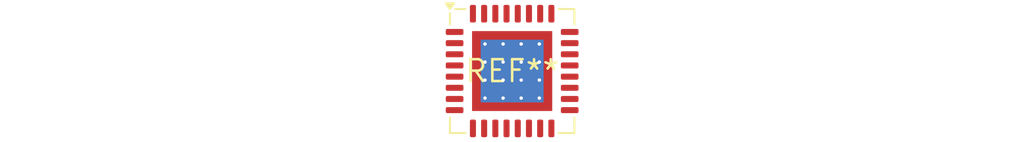
<source format=kicad_pcb>
(kicad_pcb (version 20240108) (generator pcbnew)
  (layers (0 "F.Cu" signal) (31 "B.Cu" signal) (34 "B.Paste" user) (35 "F.Paste" user) (36 "B.SilkS" user "B.Silkscreen") (37 "F.SilkS" user "F.Silkscreen") (38 "B.Mask" user) (39 "F.Mask" user) (44 "Edge.Cuts" user))
  (net 0 "")
  (footprint "QFN-32-1EP_7x7mm_P0.65mm_EP4.65x4.65mm_ThermalVias" (layer "F.Cu") (at 0 0)
    (property "Reference" "REF**")
    (property "Value" "QFN-32-1EP_7x7mm_P0.65mm_EP4.65x4.65mm_ThermalVias")
    (fp_line (start -3.61 -2.71) (end -3.61 -3.37) (layer "F.SilkS") (stroke (width 0.12)))
    (fp_line (start -3.61 3.61) (end -3.61 2.71) (layer "F.SilkS") (stroke (width 0.12)))
    (fp_line (start -2.71 -3.61) (end -3.31 -3.61) (layer "F.SilkS") (stroke (width 0.12)))
    (fp_line (start -2.71 3.61) (end -3.61 3.61) (layer "F.SilkS") (stroke (width 0.12)))
    (fp_line (start 2.71 -3.61) (end 3.61 -3.61) (layer "F.SilkS") (stroke (width 0.12)))
    (fp_line (start 2.71 3.61) (end 3.61 3.61) (layer "F.SilkS") (stroke (width 0.12)))
    (fp_line (start 3.61 -3.61) (end 3.61 -2.71) (layer "F.SilkS") (stroke (width 0.12)))
    (fp_line (start 3.61 3.61) (end 3.61 2.71) (layer "F.SilkS") (stroke (width 0.12)))
    (fp_poly (pts (xy -3.61 -3.61) (xy -3.85 -3.94) (xy -3.37 -3.94) (xy -3.61 -3.61)) (layer "F.SilkS") (stroke (width 0.12)) (fill solid))
    (pad "1" smd roundrect (at -3.3375 -2.275) (size 1.025 0.35) (layers "F.Cu" "F.Paste" "F.Mask"))
    (pad "2" smd roundrect (at -3.3375 -1.625) (size 1.025 0.35) (layers "F.Cu" "F.Paste" "F.Mask"))
    (pad "3" smd roundrect (at -3.3375 -0.975) (size 1.025 0.35) (layers "F.Cu" "F.Paste" "F.Mask"))
    (pad "4" smd roundrect (at -3.3375 -0.325) (size 1.025 0.35) (layers "F.Cu" "F.Paste" "F.Mask"))
    (pad "5" smd roundrect (at -3.3375 0.325) (size 1.025 0.35) (layers "F.Cu" "F.Paste" "F.Mask"))
    (pad "6" smd roundrect (at -3.3375 0.975) (size 1.025 0.35) (layers "F.Cu" "F.Paste" "F.Mask"))
    (pad "7" smd roundrect (at -3.3375 1.625) (size 1.025 0.35) (layers "F.Cu" "F.Paste" "F.Mask"))
    (pad "8" smd roundrect (at -3.3375 2.275) (size 1.025 0.35) (layers "F.Cu" "F.Paste" "F.Mask"))
    (pad "9" smd roundrect (at -2.275 3.3375) (size 0.35 1.025) (layers "F.Cu" "F.Paste" "F.Mask"))
    (pad "10" smd roundrect (at -1.625 3.3375) (size 0.35 1.025) (layers "F.Cu" "F.Paste" "F.Mask"))
    (pad "11" smd roundrect (at -0.975 3.3375) (size 0.35 1.025) (layers "F.Cu" "F.Paste" "F.Mask"))
    (pad "12" smd roundrect (at -0.325 3.3375) (size 0.35 1.025) (layers "F.Cu" "F.Paste" "F.Mask"))
    (pad "13" smd roundrect (at 0.325 3.3375) (size 0.35 1.025) (layers "F.Cu" "F.Paste" "F.Mask"))
    (pad "14" smd roundrect (at 0.975 3.3375) (size 0.35 1.025) (layers "F.Cu" "F.Paste" "F.Mask"))
    (pad "15" smd roundrect (at 1.625 3.3375) (size 0.35 1.025) (layers "F.Cu" "F.Paste" "F.Mask"))
    (pad "16" smd roundrect (at 2.275 3.3375) (size 0.35 1.025) (layers "F.Cu" "F.Paste" "F.Mask"))
    (pad "17" smd roundrect (at 3.3375 2.275) (size 1.025 0.35) (layers "F.Cu" "F.Paste" "F.Mask"))
    (pad "18" smd roundrect (at 3.3375 1.625) (size 1.025 0.35) (layers "F.Cu" "F.Paste" "F.Mask"))
    (pad "19" smd roundrect (at 3.3375 0.975) (size 1.025 0.35) (layers "F.Cu" "F.Paste" "F.Mask"))
    (pad "20" smd roundrect (at 3.3375 0.325) (size 1.025 0.35) (layers "F.Cu" "F.Paste" "F.Mask"))
    (pad "21" smd roundrect (at 3.3375 -0.325) (size 1.025 0.35) (layers "F.Cu" "F.Paste" "F.Mask"))
    (pad "22" smd roundrect (at 3.3375 -0.975) (size 1.025 0.35) (layers "F.Cu" "F.Paste" "F.Mask"))
    (pad "23" smd roundrect (at 3.3375 -1.625) (size 1.025 0.35) (layers "F.Cu" "F.Paste" "F.Mask"))
    (pad "24" smd roundrect (at 3.3375 -2.275) (size 1.025 0.35) (layers "F.Cu" "F.Paste" "F.Mask"))
    (pad "25" smd roundrect (at 2.275 -3.3375) (size 0.35 1.025) (layers "F.Cu" "F.Paste" "F.Mask"))
    (pad "26" smd roundrect (at 1.625 -3.3375) (size 0.35 1.025) (layers "F.Cu" "F.Paste" "F.Mask"))
    (pad "27" smd roundrect (at 0.975 -3.3375) (size 0.35 1.025) (layers "F.Cu" "F.Paste" "F.Mask"))
    (pad "28" smd roundrect (at 0.325 -3.3375) (size 0.35 1.025) (layers "F.Cu" "F.Paste" "F.Mask"))
    (pad "29" smd roundrect (at -0.325 -3.3375) (size 0.35 1.025) (layers "F.Cu" "F.Paste" "F.Mask"))
    (pad "30" smd roundrect (at -0.975 -3.3375) (size 0.35 1.025) (layers "F.Cu" "F.Paste" "F.Mask"))
    (pad "31" smd roundrect (at -1.625 -3.3375) (size 0.35 1.025) (layers "F.Cu" "F.Paste" "F.Mask"))
    (pad "32" smd roundrect (at -2.275 -3.3375) (size 0.35 1.025) (layers "F.Cu" "F.Paste" "F.Mask"))
    (pad "33" thru_hole circle (at -1.575 -1.575) (size 0.5 0.5) (drill 0.2) (property pad_prop_heatsink) (layers *.Cu) (remove_unused_layers))
    (pad "33" thru_hole circle (at -1.575 -0.525) (size 0.5 0.5) (drill 0.2) (property pad_prop_heatsink) (layers *.Cu) (remove_unused_layers))
    (pad "33" thru_hole circle (at -1.575 0.525) (size 0.5 0.5) (drill 0.2) (property pad_prop_heatsink) (layers *.Cu) (remove_unused_layers))
    (pad "33" thru_hole circle (at -1.575 1.575) (size 0.5 0.5) (drill 0.2) (property pad_prop_heatsink) (layers *.Cu) (remove_unused_layers))
    (pad "33" thru_hole circle (at -0.525 -1.575) (size 0.5 0.5) (drill 0.2) (property pad_prop_heatsink) (layers *.Cu) (remove_unused_layers))
    (pad "33" thru_hole circle (at -0.525 -0.525) (size 0.5 0.5) (drill 0.2) (property pad_prop_heatsink) (layers *.Cu) (remove_unused_layers))
    (pad "33" thru_hole circle (at -0.525 0.525) (size 0.5 0.5) (drill 0.2) (property pad_prop_heatsink) (layers *.Cu) (remove_unused_layers))
    (pad "33" thru_hole circle (at -0.525 1.575) (size 0.5 0.5) (drill 0.2) (property pad_prop_heatsink) (layers *.Cu) (remove_unused_layers))
    (pad "33" smd rect (at 0 0) (size 3.65 3.65) (property pad_prop_heatsink) (layers "B.Cu"))
    (pad "33" smd rect (at 0 0) (size 4.65 4.65) (property pad_prop_heatsink) (layers "F.Cu" "F.Mask"))
    (pad "33" thru_hole circle (at 0.525 -1.575) (size 0.5 0.5) (drill 0.2) (property pad_prop_heatsink) (layers *.Cu) (remove_unused_layers))
    (pad "33" thru_hole circle (at 0.525 -0.525) (size 0.5 0.5) (drill 0.2) (property pad_prop_heatsink) (layers *.Cu) (remove_unused_layers))
    (pad "33" thru_hole circle (at 0.525 0.525) (size 0.5 0.5) (drill 0.2) (property pad_prop_heatsink) (layers *.Cu) (remove_unused_layers))
    (pad "33" thru_hole circle (at 0.525 1.575) (size 0.5 0.5) (drill 0.2) (property pad_prop_heatsink) (layers *.Cu) (remove_unused_layers))
    (pad "33" thru_hole circle (at 1.575 -1.575) (size 0.5 0.5) (drill 0.2) (property pad_prop_heatsink) (layers *.Cu) (remove_unused_layers))
    (pad "33" thru_hole circle (at 1.575 -0.525) (size 0.5 0.5) (drill 0.2) (property pad_prop_heatsink) (layers *.Cu) (remove_unused_layers))
    (pad "33" thru_hole circle (at 1.575 0.525) (size 0.5 0.5) (drill 0.2) (property pad_prop_heatsink) (layers *.Cu) (remove_unused_layers))
    (pad "33" thru_hole circle (at 1.575 1.575) (size 0.5 0.5) (drill 0.2) (property pad_prop_heatsink) (layers *.Cu) (remove_unused_layers))
  )
)
</source>
